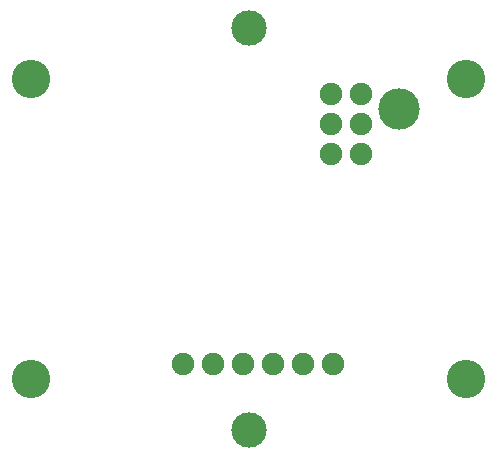
<source format=gts>
G75*
%MOIN*%
%OFA0B0*%
%FSLAX25Y25*%
%IPPOS*%
%LPD*%
%AMOC8*
5,1,8,0,0,1.08239X$1,22.5*
%
%ADD10C,0.07493*%
%ADD11C,0.13800*%
%ADD12C,0.12800*%
%ADD13C,0.11800*%
D10*
X0064400Y0080000D03*
X0074400Y0080000D03*
X0084400Y0080000D03*
X0094400Y0080000D03*
X0104400Y0080000D03*
X0114400Y0080000D03*
X0113900Y0150000D03*
X0123900Y0150000D03*
X0123900Y0160000D03*
X0113900Y0160000D03*
X0113900Y0170000D03*
X0123900Y0170000D03*
D11*
X0136400Y0165000D03*
D12*
X0158900Y0175000D03*
X0013900Y0175000D03*
X0013900Y0075000D03*
X0158900Y0075000D03*
D13*
X0086400Y0058000D03*
X0086400Y0192000D03*
M02*

</source>
